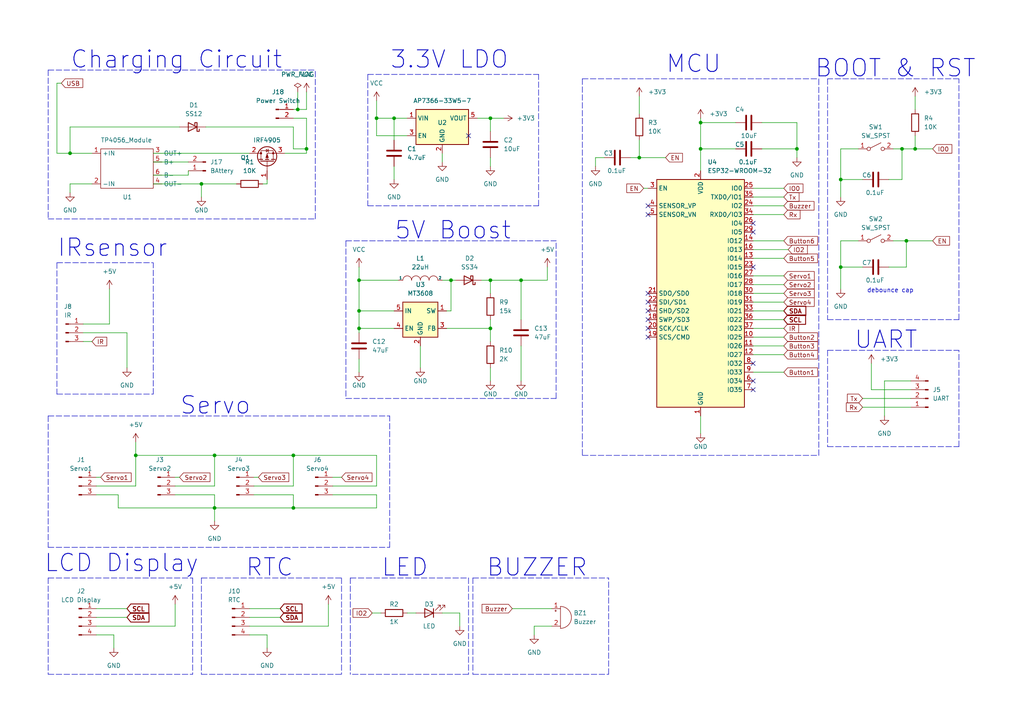
<source format=kicad_sch>
(kicad_sch (version 20211123) (generator eeschema)
  (paper "A4")
  (lib_symbols
    (symbol "Connector:Conn_01x02_Male" (pin_names (offset 1.016) hide)
      (property "Reference" "J" (at 0 2.54 0))
      (property "Value" "Conn_01x02_Male" (at 0 -5.08 0))
      (symbol "Conn_01x02_Male_1_1"
        (polyline (pts (xy 1.27 -2.54) (xy 0.8636 -2.54)) (stroke (width 0.1524)))
        (polyline (pts (xy 1.27 0) (xy 0.8636 0)) (stroke (width 0.1524)))
        (rectangle (start 0.8636 -2.413) (end 0 -2.667) (stroke (width 0.1524)) (fill (type outline)))
        (rectangle (start 0.8636 0.127) (end 0 -0.127) (stroke (width 0.1524)) (fill (type outline)))
        (pin passive line (at 5.08 0 180) (length 3.81) (name "Pin_1") (number "1"))
        (pin passive line (at 5.08 -2.54 180) (length 3.81) (name "Pin_2") (number "2"))
      )
    )
    (symbol "Connector:Conn_01x03_Male" (pin_names (offset 1.016) hide)
      (property "Reference" "J" (at 0 5.08 0))
      (property "Value" "Conn_01x03_Male" (at 0 -5.08 0))
      (symbol "Conn_01x03_Male_1_1"
        (polyline (pts (xy 1.27 -2.54) (xy 0.8636 -2.54)) (stroke (width 0.1524)))
        (polyline (pts (xy 1.27 0) (xy 0.8636 0)) (stroke (width 0.1524)))
        (polyline (pts (xy 1.27 2.54) (xy 0.8636 2.54)) (stroke (width 0.1524)))
        (rectangle (start 0.8636 -2.413) (end 0 -2.667) (stroke (width 0.1524)) (fill (type outline)))
        (rectangle (start 0.8636 0.127) (end 0 -0.127) (stroke (width 0.1524)) (fill (type outline)))
        (rectangle (start 0.8636 2.667) (end 0 2.413) (stroke (width 0.1524)) (fill (type outline)))
        (pin passive line (at 5.08 2.54 180) (length 3.81) (name "Pin_1") (number "1"))
        (pin passive line (at 5.08 0 180) (length 3.81) (name "Pin_2") (number "2"))
        (pin passive line (at 5.08 -2.54 180) (length 3.81) (name "Pin_3") (number "3"))
      )
    )
    (symbol "Connector:Conn_01x04_Male" (pin_names (offset 1.016) hide)
      (property "Reference" "J" (at 0 5.08 0))
      (property "Value" "Conn_01x04_Male" (at 0 -7.62 0))
      (symbol "Conn_01x04_Male_1_1"
        (polyline (pts (xy 1.27 -5.08) (xy 0.8636 -5.08)) (stroke (width 0.1524)))
        (polyline (pts (xy 1.27 -2.54) (xy 0.8636 -2.54)) (stroke (width 0.1524)))
        (polyline (pts (xy 1.27 0) (xy 0.8636 0)) (stroke (width 0.1524)))
        (polyline (pts (xy 1.27 2.54) (xy 0.8636 2.54)) (stroke (width 0.1524)))
        (rectangle (start 0.8636 -4.953) (end 0 -5.207) (stroke (width 0.1524)) (fill (type outline)))
        (rectangle (start 0.8636 -2.413) (end 0 -2.667) (stroke (width 0.1524)) (fill (type outline)))
        (rectangle (start 0.8636 0.127) (end 0 -0.127) (stroke (width 0.1524)) (fill (type outline)))
        (rectangle (start 0.8636 2.667) (end 0 2.413) (stroke (width 0.1524)) (fill (type outline)))
        (pin passive line (at 5.08 2.54 180) (length 3.81) (name "Pin_1") (number "1"))
        (pin passive line (at 5.08 0 180) (length 3.81) (name "Pin_2") (number "2"))
        (pin passive line (at 5.08 -2.54 180) (length 3.81) (name "Pin_3") (number "3"))
        (pin passive line (at 5.08 -5.08 180) (length 3.81) (name "Pin_4") (number "4"))
      )
    )
    (symbol "Device:Buzzer" (pin_names (offset 0.0254) hide)
      (property "Reference" "BZ" (at 3.81 1.27 0))
      (property "Value" "Buzzer" (at 3.81 -1.27 0))
      (symbol "Buzzer_0_1"
        (arc (start 0 -3.175) (mid 3.175 0) (end 0 3.175))
        (polyline (pts (xy -1.651 1.905) (xy -1.143 1.905)))
        (polyline (pts (xy -1.397 2.159) (xy -1.397 1.651)))
        (polyline (pts (xy 0 3.175) (xy 0 -3.175)))
      )
      (symbol "Buzzer_1_1"
        (pin passive line (at -2.54 2.54 0) (length 2.54) (name "-") (number "1"))
        (pin passive line (at -2.54 -2.54 0) (length 2.54) (name "+") (number "2"))
      )
    )
    (symbol "Device:C" (pin_numbers hide) (pin_names (offset 0.254))
      (property "Reference" "C" (at 0.635 2.54 0))
      (property "Value" "C" (at 0.635 -2.54 0))
      (symbol "C_0_1"
        (polyline (pts (xy -2.032 -0.762) (xy 2.032 -0.762)) (stroke (width 0.508)))
        (polyline (pts (xy -2.032 0.762) (xy 2.032 0.762)) (stroke (width 0.508)))
      )
      (symbol "C_1_1"
        (pin passive line (at 0 3.81 270) (length 2.794) (name "~") (number "1"))
        (pin passive line (at 0 -3.81 90) (length 2.794) (name "~") (number "2"))
      )
    )
    (symbol "Device:D_Schottky" (pin_numbers hide) (pin_names (offset 1.016) hide)
      (property "Reference" "D" (at 0 2.54 0))
      (property "Value" "D_Schottky" (at 0 -2.54 0))
      (symbol "D_Schottky_0_1"
        (polyline (pts (xy 1.27 0) (xy -1.27 0)))
        (polyline (pts (xy 1.27 1.27) (xy 1.27 -1.27) (xy -1.27 0) (xy 1.27 1.27)) (stroke (width 0.254)))
        (polyline (pts (xy -1.905 0.635) (xy -1.905 1.27) (xy -1.27 1.27) (xy -1.27 -1.27) (xy -0.635 -1.27) (xy -0.635 -0.635)) (stroke (width 0.254)))
      )
      (symbol "D_Schottky_1_1"
        (pin passive line (at -3.81 0 0) (length 2.54) (name "K") (number "1"))
        (pin passive line (at 3.81 0 180) (length 2.54) (name "A") (number "2"))
      )
    )
    (symbol "Device:LED" (pin_numbers hide) (pin_names (offset 1.016) hide)
      (property "Reference" "D" (at 0 2.54 0))
      (property "Value" "LED" (at 0 -2.54 0))
      (symbol "LED_0_1"
        (polyline (pts (xy -1.27 -1.27) (xy -1.27 1.27)) (stroke (width 0.254)))
        (polyline (pts (xy -1.27 0) (xy 1.27 0)))
        (polyline (pts (xy 1.27 -1.27) (xy 1.27 1.27) (xy -1.27 0) (xy 1.27 -1.27)) (stroke (width 0.254)))
        (polyline (pts (xy -3.048 -0.762) (xy -4.572 -2.286) (xy -3.81 -2.286) (xy -4.572 -2.286) (xy -4.572 -1.524)))
        (polyline (pts (xy -1.778 -0.762) (xy -3.302 -2.286) (xy -2.54 -2.286) (xy -3.302 -2.286) (xy -3.302 -1.524)))
      )
      (symbol "LED_1_1"
        (pin passive line (at -3.81 0 0) (length 2.54) (name "K") (number "1"))
        (pin passive line (at 3.81 0 180) (length 2.54) (name "A") (number "2"))
      )
    )
    (symbol "Device:R" (pin_numbers hide) (pin_names (offset 0))
      (property "Reference" "R" (at 2.032 0 90))
      (property "Value" "R" (at 0 0 90))
      (symbol "R_0_1"
        (rectangle (start -1.016 -2.54) (end 1.016 2.54) (stroke (width 0.254)))
      )
      (symbol "R_1_1"
        (pin passive line (at 0 3.81 270) (length 1.27) (name "~") (number "1"))
        (pin passive line (at 0 -3.81 90) (length 1.27) (name "~") (number "2"))
      )
    )
    (symbol "My_Design:TP4056_Module"
      (property "Reference" "U" (at 0 -7.62 0))
      (property "Value" "TP4056_Module" (at 0 8.89 0))
      (symbol "TP4056_Module_0_1"
        (rectangle (start -7.62 6.35) (end 7.62 -5.08))
      )
      (symbol "TP4056_Module_1_1"
        (pin input line (at -10.16 5.08 0) (length 2.54) (name "+IN") (number "1"))
        (pin input line (at -10.16 -3.81 0) (length 2.54) (name "-IN") (number "2"))
        (pin output line (at 7.62 5.08 0) (length 2.54) (name "OUT+") (number "3"))
        (pin output line (at 7.62 -3.81 0) (length 2.54) (name "OUT-") (number "4"))
        (pin output line (at 7.62 2.54 0) (length 2.54) (name "B+") (number "5"))
        (pin output line (at 7.62 -1.27 0) (length 2.54) (name "B-") (number "6"))
      )
    )
    (symbol "RF_Module:ESP32-WROOM-32"
      (property "Reference" "U" (at -12.7 34.29 0))
      (property "Value" "ESP32-WROOM-32" (at 1.27 34.29 0))
      (symbol "ESP32-WROOM-32_0_1"
        (rectangle (start -12.7 33.02) (end 12.7 -33.02) (stroke (width 0.254)) (fill (type background)))
      )
      (symbol "ESP32-WROOM-32_1_1"
        (pin power_in line (at 0 -35.56 90) (length 2.54) (name "GND") (number "1"))
        (pin bidirectional line (at 15.24 -12.7 180) (length 2.54) (name "IO25") (number "10"))
        (pin bidirectional line (at 15.24 -15.24 180) (length 2.54) (name "IO26") (number "11"))
        (pin bidirectional line (at 15.24 -17.78 180) (length 2.54) (name "IO27") (number "12"))
        (pin bidirectional line (at 15.24 10.16 180) (length 2.54) (name "IO14") (number "13"))
        (pin bidirectional line (at 15.24 15.24 180) (length 2.54) (name "IO12") (number "14"))
        (pin passive line (at 0 -35.56 90) (length 2.54) hide (name "GND") (number "15"))
        (pin bidirectional line (at 15.24 12.7 180) (length 2.54) (name "IO13") (number "16"))
        (pin bidirectional line (at -15.24 -5.08 0) (length 2.54) (name "SHD/SD2") (number "17"))
        (pin bidirectional line (at -15.24 -7.62 0) (length 2.54) (name "SWP/SD3") (number "18"))
        (pin bidirectional line (at -15.24 -12.7 0) (length 2.54) (name "SCS/CMD") (number "19"))
        (pin power_in line (at 0 35.56 270) (length 2.54) (name "VDD") (number "2"))
        (pin bidirectional line (at -15.24 -10.16 0) (length 2.54) (name "SCK/CLK") (number "20"))
        (pin bidirectional line (at -15.24 0 0) (length 2.54) (name "SDO/SD0") (number "21"))
        (pin bidirectional line (at -15.24 -2.54 0) (length 2.54) (name "SDI/SD1") (number "22"))
        (pin bidirectional line (at 15.24 7.62 180) (length 2.54) (name "IO15") (number "23"))
        (pin bidirectional line (at 15.24 25.4 180) (length 2.54) (name "IO2") (number "24"))
        (pin bidirectional line (at 15.24 30.48 180) (length 2.54) (name "IO0") (number "25"))
        (pin bidirectional line (at 15.24 20.32 180) (length 2.54) (name "IO4") (number "26"))
        (pin bidirectional line (at 15.24 5.08 180) (length 2.54) (name "IO16") (number "27"))
        (pin bidirectional line (at 15.24 2.54 180) (length 2.54) (name "IO17") (number "28"))
        (pin bidirectional line (at 15.24 17.78 180) (length 2.54) (name "IO5") (number "29"))
        (pin input line (at -15.24 30.48 0) (length 2.54) (name "EN") (number "3"))
        (pin bidirectional line (at 15.24 0 180) (length 2.54) (name "IO18") (number "30"))
        (pin bidirectional line (at 15.24 -2.54 180) (length 2.54) (name "IO19") (number "31"))
        (pin no_connect line (at -12.7 -27.94 0) (length 2.54) hide (name "NC") (number "32"))
        (pin bidirectional line (at 15.24 -5.08 180) (length 2.54) (name "IO21") (number "33"))
        (pin bidirectional line (at 15.24 22.86 180) (length 2.54) (name "RXD0/IO3") (number "34"))
        (pin bidirectional line (at 15.24 27.94 180) (length 2.54) (name "TXD0/IO1") (number "35"))
        (pin bidirectional line (at 15.24 -7.62 180) (length 2.54) (name "IO22") (number "36"))
        (pin bidirectional line (at 15.24 -10.16 180) (length 2.54) (name "IO23") (number "37"))
        (pin passive line (at 0 -35.56 90) (length 2.54) hide (name "GND") (number "38"))
        (pin passive line (at 0 -35.56 90) (length 2.54) hide (name "GND") (number "39"))
        (pin input line (at -15.24 25.4 0) (length 2.54) (name "SENSOR_VP") (number "4"))
        (pin input line (at -15.24 22.86 0) (length 2.54) (name "SENSOR_VN") (number "5"))
        (pin input line (at 15.24 -25.4 180) (length 2.54) (name "IO34") (number "6"))
        (pin input line (at 15.24 -27.94 180) (length 2.54) (name "IO35") (number "7"))
        (pin bidirectional line (at 15.24 -20.32 180) (length 2.54) (name "IO32") (number "8"))
        (pin bidirectional line (at 15.24 -22.86 180) (length 2.54) (name "IO33") (number "9"))
      )
    )
    (symbol "Regulator_Linear:MIC5504-3.3YM5"
      (property "Reference" "U" (at -7.62 8.89 0))
      (property "Value" "MIC5504-3.3YM5" (at -7.62 6.35 0))
      (symbol "MIC5504-3.3YM5_0_1"
        (rectangle (start -7.62 -5.08) (end 7.62 5.08) (stroke (width 0.254)) (fill (type background)))
      )
      (symbol "MIC5504-3.3YM5_1_1"
        (pin power_in line (at -10.16 2.54 0) (length 2.54) (name "VIN") (number "1"))
        (pin power_in line (at 0 -7.62 90) (length 2.54) (name "GND") (number "2"))
        (pin input line (at -10.16 -2.54 0) (length 2.54) (name "EN") (number "3"))
        (pin no_connect line (at 7.62 -2.54 180) (length 2.54) hide (name "NC") (number "4"))
        (pin power_out line (at 10.16 2.54 180) (length 2.54) (name "VOUT") (number "5"))
      )
    )
    (symbol "Regulator_Switching:MT3608"
      (property "Reference" "U" (at -2.54 8.89 0))
      (property "Value" "MT3608" (at -3.81 6.35 0))
      (symbol "MT3608_0_1"
        (rectangle (start -5.08 5.08) (end 5.08 -5.08) (stroke (width 0.254)) (fill (type background)))
      )
      (symbol "MT3608_1_1"
        (pin passive line (at 7.62 2.54 180) (length 2.54) (name "SW") (number "1"))
        (pin power_in line (at 0 -7.62 90) (length 2.54) (name "GND") (number "2"))
        (pin input line (at 7.62 -2.54 180) (length 2.54) (name "FB") (number "3"))
        (pin input line (at -7.62 -2.54 0) (length 2.54) (name "EN") (number "4"))
        (pin power_in line (at -7.62 2.54 0) (length 2.54) (name "IN") (number "5"))
        (pin no_connect line (at 5.08 0 180) (length 2.54) hide (name "NC") (number "6"))
      )
    )
    (symbol "Switch:SW_SPST" (pin_names (offset 0) hide)
      (property "Reference" "SW" (at 0 3.175 0))
      (property "Value" "SW_SPST" (at 0 -2.54 0))
      (symbol "SW_SPST_0_0"
        (circle (center -2.032 0) (radius 0.508))
        (polyline (pts (xy -1.524 0.254) (xy 1.524 1.778)))
        (circle (center 2.032 0) (radius 0.508))
      )
      (symbol "SW_SPST_1_1"
        (pin passive line (at -5.08 0 0) (length 2.54) (name "A") (number "1"))
        (pin passive line (at 5.08 0 180) (length 2.54) (name "B") (number "2"))
      )
    )
    (symbol "Transistor_FET:IRF9540N" (pin_names hide)
      (property "Reference" "Q" (at 5.08 1.905 0))
      (property "Value" "IRF9540N" (at 5.08 0 0))
      (symbol "IRF9540N_0_1"
        (polyline (pts (xy 0.254 0) (xy -2.54 0)))
        (polyline (pts (xy 0.254 1.905) (xy 0.254 -1.905)) (stroke (width 0.254)))
        (polyline (pts (xy 0.762 -1.27) (xy 0.762 -2.286)) (stroke (width 0.254)))
        (polyline (pts (xy 0.762 0.508) (xy 0.762 -0.508)) (stroke (width 0.254)))
        (polyline (pts (xy 0.762 2.286) (xy 0.762 1.27)) (stroke (width 0.254)))
        (polyline (pts (xy 2.54 2.54) (xy 2.54 1.778)))
        (polyline (pts (xy 2.54 -2.54) (xy 2.54 0) (xy 0.762 0)))
        (polyline (pts (xy 0.762 1.778) (xy 3.302 1.778) (xy 3.302 -1.778) (xy 0.762 -1.778)))
        (polyline (pts (xy 2.286 0) (xy 1.27 0.381) (xy 1.27 -0.381) (xy 2.286 0)) (fill (type outline)))
        (polyline (pts (xy 2.794 -0.508) (xy 2.921 -0.381) (xy 3.683 -0.381) (xy 3.81 -0.254)))
        (polyline (pts (xy 3.302 -0.381) (xy 2.921 0.254) (xy 3.683 0.254) (xy 3.302 -0.381)))
        (circle (center 1.651 0) (radius 2.794) (stroke (width 0.254)))
        (circle (center 2.54 -1.778) (radius 0.254) (fill (type outline)))
        (circle (center 2.54 1.778) (radius 0.254) (fill (type outline)))
      )
      (symbol "IRF9540N_1_1"
        (pin input line (at -5.08 0 0) (length 2.54) (name "G") (number "1"))
        (pin passive line (at 2.54 5.08 270) (length 2.54) (name "D") (number "2"))
        (pin passive line (at 2.54 -5.08 90) (length 2.54) (name "S") (number "3"))
      )
    )
    (symbol "power:+3.3V" (power) (pin_names (offset 0))
      (property "Value" "+3.3V" (at 0 3.556 0))
      (symbol "+3.3V_0_1"
        (polyline (pts (xy -0.762 1.27) (xy 0 2.54)))
        (polyline (pts (xy 0 0) (xy 0 2.54)))
        (polyline (pts (xy 0 2.54) (xy 0.762 1.27)))
      )
      (symbol "+3.3V_1_1"
        (pin power_in line (at 0 0 90) (length 0) hide (name "+3V3") (number "1"))
      )
    )
    (symbol "power:+5V" (power) (pin_names (offset 0))
      (property "Value" "+5V" (at 0 3.556 0))
      (symbol "+5V_0_1"
        (polyline (pts (xy -0.762 1.27) (xy 0 2.54)))
        (polyline (pts (xy 0 0) (xy 0 2.54)))
        (polyline (pts (xy 0 2.54) (xy 0.762 1.27)))
      )
      (symbol "+5V_1_1"
        (pin power_in line (at 0 0 90) (length 0) hide (name "+5V") (number "1"))
      )
    )
    (symbol "power:GND" (power) (pin_names (offset 0))
      (property "Value" "GND" (at 0 -3.81 0))
      (symbol "GND_0_1"
        (polyline (pts (xy 0 0) (xy 0 -1.27) (xy 1.27 -1.27) (xy 0 -2.54) (xy -1.27 -1.27) (xy 0 -1.27)))
      )
      (symbol "GND_1_1"
        (pin power_in line (at 0 0 270) (length 0) hide (name "GND") (number "1"))
      )
    )
    (symbol "power:PWR_FLAG" (power) (pin_numbers hide) (pin_names (offset 0) hide)
      (property "Value" "PWR_FLAG" (at 0 3.81 0))
      (symbol "PWR_FLAG_0_0"
        (pin power_out line (at 0 0 90) (length 0) (name "pwr") (number "1"))
      )
      (symbol "PWR_FLAG_0_1"
        (polyline (pts (xy 0 0) (xy 0 1.27) (xy -1.016 1.905) (xy 0 2.54) (xy 1.016 1.905) (xy 0 1.27)))
      )
    )
    (symbol "power:VCC" (power) (pin_names (offset 0))
      (property "Value" "VCC" (at 0 3.81 0))
      (symbol "VCC_0_1"
        (polyline (pts (xy -0.762 1.27) (xy 0 2.54)))
        (polyline (pts (xy 0 0) (xy 0 2.54)))
        (polyline (pts (xy 0 2.54) (xy 0.762 1.27)))
      )
      (symbol "VCC_1_1"
        (pin power_in line (at 0 0 90) (length 0) hide (name "VCC") (number "1"))
      )
    )
    (symbol "pspice:INDUCTOR" (pin_numbers hide) (pin_names (offset 0))
      (property "Reference" "L" (at 0 2.54 0))
      (property "Value" "INDUCTOR" (at 0 -1.27 0))
      (symbol "INDUCTOR_0_1"
        (arc (start -2.54 0) (mid -3.81 1.27) (end -5.08 0))
        (arc (start 0 0) (mid -1.27 1.27) (end -2.54 0))
        (arc (start 2.54 0) (mid 1.27 1.27) (end 0 0))
        (arc (start 5.08 0) (mid 3.81 1.27) (end 2.54 0))
      )
      (symbol "INDUCTOR_1_1"
        (pin input line (at -6.35 0 0) (length 1.27) (name "1") (number "1"))
        (pin input line (at 6.35 0 180) (length 1.27) (name "2") (number "2"))
      )
    )
  )
  (junction (at 86.36 31.75))
  (junction (at 114.3 34.29))
  (junction (at 185.42 45.72))
  (junction (at 203.2 43.18))
  (junction (at 231.14 43.18))
  (junction (at 142.24 95.25))
  (junction (at 261.62 43.18))
  (junction (at 130.81 81.28))
  (junction (at 20.32 44.45))
  (junction (at 265.43 43.18))
  (junction (at 62.23 132.08))
  (junction (at 203.2 35.56))
  (junction (at 262.89 69.85))
  (junction (at 85.09 132.08))
  (junction (at 243.84 52.07))
  (junction (at 88.9 43.18))
  (junction (at 142.24 81.28))
  (junction (at 109.22 34.29))
  (junction (at 104.14 95.25))
  (junction (at 104.14 90.17))
  (junction (at 243.84 77.47))
  (junction (at 85.09 147.32))
  (junction (at 58.42 53.34))
  (junction (at 104.14 81.28))
  (junction (at 142.24 34.29))
  (junction (at 151.13 81.28))
  (junction (at 62.23 147.32))
  (junction (at 39.37 132.08))
  (no_connect (at 218.44 67.31))
  (no_connect (at 187.96 92.71))
  (no_connect (at 135.89 39.37))
  (no_connect (at 187.96 90.17))
  (no_connect (at 187.96 62.23))
  (no_connect (at 218.44 110.49))
  (no_connect (at 218.44 113.03))
  (no_connect (at 187.96 59.69))
  (no_connect (at 187.96 95.25))
  (no_connect (at 187.96 85.09))
  (no_connect (at 218.44 105.41))
  (no_connect (at 187.96 87.63))
  (no_connect (at 218.44 77.47))
  (no_connect (at 187.96 97.79))
  (no_connect (at 218.44 64.77))
  (wire (pts (xy 58.42 53.34) (xy 68.58 53.34)))
  (wire (pts (xy 218.44 90.17) (xy 227.33 90.17)))
  (wire (pts (xy 218.44 82.55) (xy 227.33 82.55)))
  (wire (pts (xy 26.67 53.34) (xy 20.32 53.34)))
  (polyline (pts (xy 16.51 76.2) (xy 44.45 76.2)))
  (wire (pts (xy 36.83 96.52) (xy 36.83 106.68)))
  (wire (pts (xy 34.29 147.32) (xy 62.23 147.32)))
  (wire (pts (xy 114.3 34.29) (xy 118.11 34.29)))
  (wire (pts (xy 218.44 69.85) (xy 227.33 69.85)))
  (wire (pts (xy 218.44 92.71) (xy 227.33 92.71)))
  (wire (pts (xy 104.14 81.28) (xy 115.57 81.28)))
  (wire (pts (xy 50.8 140.97) (xy 62.23 140.97)))
  (wire (pts (xy 20.32 44.45) (xy 26.67 44.45)))
  (wire (pts (xy 88.9 44.45) (xy 88.9 43.18)))
  (wire (pts (xy 59.69 36.83) (xy 85.09 36.83)))
  (wire (pts (xy 107.95 177.8) (xy 110.49 177.8)))
  (wire (pts (xy 264.16 110.49) (xy 256.54 110.49)))
  (wire (pts (xy 73.66 140.97) (xy 85.09 140.97)))
  (wire (pts (xy 27.94 140.97) (xy 39.37 140.97)))
  (polyline (pts (xy 101.6 167.64) (xy 101.6 195.58)))
  (wire (pts (xy 85.09 143.51) (xy 85.09 147.32)))
  (wire (pts (xy 142.24 45.72) (xy 142.24 48.26)))
  (polyline (pts (xy 168.91 22.86) (xy 168.91 132.08)))
  (wire (pts (xy 50.8 143.51) (xy 62.23 143.51)))
  (wire (pts (xy 220.98 43.18) (xy 231.14 43.18)))
  (wire (pts (xy 243.84 43.18) (xy 243.84 52.07)))
  (wire (pts (xy 109.22 39.37) (xy 109.22 34.29)))
  (wire (pts (xy 72.39 179.07) (xy 81.28 179.07)))
  (wire (pts (xy 185.42 45.72) (xy 193.04 45.72)))
  (wire (pts (xy 142.24 81.28) (xy 151.13 81.28)))
  (wire (pts (xy 243.84 52.07) (xy 243.84 57.15)))
  (wire (pts (xy 20.32 53.34) (xy 20.32 55.88)))
  (polyline (pts (xy 99.06 167.64) (xy 99.06 195.58)))
  (wire (pts (xy 62.23 147.32) (xy 62.23 151.13)))
  (wire (pts (xy 62.23 132.08) (xy 85.09 132.08)))
  (wire (pts (xy 218.44 80.01) (xy 227.33 80.01)))
  (wire (pts (xy 39.37 128.27) (xy 39.37 132.08)))
  (wire (pts (xy 250.19 118.11) (xy 264.16 118.11)))
  (wire (pts (xy 27.94 138.43) (xy 29.21 138.43)))
  (polyline (pts (xy 13.97 158.75) (xy 113.03 158.75)))
  (wire (pts (xy 109.22 143.51) (xy 96.52 143.51)))
  (wire (pts (xy 243.84 69.85) (xy 243.84 77.47)))
  (wire (pts (xy 243.84 77.47) (xy 250.19 77.47)))
  (wire (pts (xy 203.2 35.56) (xy 203.2 43.18)))
  (wire (pts (xy 114.3 48.26) (xy 114.3 52.07)))
  (wire (pts (xy 185.42 40.64) (xy 185.42 45.72)))
  (wire (pts (xy 138.43 34.29) (xy 142.24 34.29)))
  (wire (pts (xy 95.25 175.26) (xy 95.25 181.61)))
  (wire (pts (xy 31.75 83.82) (xy 31.75 93.98)))
  (wire (pts (xy 39.37 140.97) (xy 39.37 132.08)))
  (polyline (pts (xy 13.97 195.58) (xy 55.88 195.58)))
  (wire (pts (xy 16.51 44.45) (xy 20.32 44.45)))
  (polyline (pts (xy 58.42 167.64) (xy 58.42 195.58)))
  (wire (pts (xy 218.44 59.69) (xy 227.33 59.69)))
  (wire (pts (xy 139.7 81.28) (xy 142.24 81.28)))
  (polyline (pts (xy 58.42 167.64) (xy 99.06 167.64)))
  (wire (pts (xy 27.94 143.51) (xy 34.29 143.51)))
  (wire (pts (xy 27.94 179.07) (xy 36.83 179.07)))
  (polyline (pts (xy 55.88 167.64) (xy 55.88 195.58)))
  (wire (pts (xy 218.44 97.79) (xy 227.33 97.79)))
  (wire (pts (xy 243.84 43.18) (xy 248.92 43.18)))
  (wire (pts (xy 73.66 138.43) (xy 74.93 138.43)))
  (wire (pts (xy 85.09 147.32) (xy 109.22 147.32)))
  (wire (pts (xy 130.81 90.17) (xy 130.81 81.28)))
  (wire (pts (xy 82.55 44.45) (xy 88.9 44.45)))
  (wire (pts (xy 96.52 140.97) (xy 109.22 140.97)))
  (polyline (pts (xy 240.03 92.71) (xy 278.13 92.71)))
  (polyline (pts (xy 101.6 167.64) (xy 135.89 167.64)))
  (wire (pts (xy 142.24 92.71) (xy 142.24 95.25)))
  (polyline (pts (xy 16.51 76.2) (xy 16.51 114.3)))
  (polyline (pts (xy 100.33 69.85) (xy 161.29 69.85)))
  (wire (pts (xy 265.43 43.18) (xy 270.51 43.18)))
  (wire (pts (xy 218.44 72.39) (xy 228.6 72.39)))
  (polyline (pts (xy 13.97 63.5) (xy 91.44 63.5)))
  (wire (pts (xy 142.24 106.68) (xy 142.24 110.49)))
  (wire (pts (xy 118.11 177.8) (xy 120.65 177.8)))
  (polyline (pts (xy 13.97 167.64) (xy 55.88 167.64)))
  (wire (pts (xy 58.42 57.15) (xy 58.42 53.34)))
  (wire (pts (xy 256.54 110.49) (xy 256.54 120.65)))
  (wire (pts (xy 27.94 181.61) (xy 50.8 181.61)))
  (wire (pts (xy 104.14 95.25) (xy 104.14 96.52)))
  (polyline (pts (xy 240.03 129.54) (xy 278.13 129.54)))
  (polyline (pts (xy 278.13 92.71) (xy 278.13 22.86)))
  (polyline (pts (xy 240.03 101.6) (xy 240.03 129.54)))
  (wire (pts (xy 154.94 181.61) (xy 160.02 181.61)))
  (wire (pts (xy 34.29 143.51) (xy 34.29 147.32)))
  (polyline (pts (xy 44.45 114.3) (xy 44.45 76.2)))
  (wire (pts (xy 142.24 34.29) (xy 142.24 38.1)))
  (wire (pts (xy 142.24 34.29) (xy 146.05 34.29)))
  (wire (pts (xy 76.2 53.34) (xy 77.47 53.34)))
  (wire (pts (xy 243.84 77.47) (xy 243.84 83.82)))
  (wire (pts (xy 172.72 45.72) (xy 172.72 48.26)))
  (wire (pts (xy 85.09 36.83) (xy 85.09 43.18)))
  (wire (pts (xy 121.92 100.33) (xy 121.92 106.68)))
  (wire (pts (xy 203.2 35.56) (xy 213.36 35.56)))
  (wire (pts (xy 77.47 53.34) (xy 77.47 52.07)))
  (wire (pts (xy 109.22 29.21) (xy 109.22 34.29)))
  (wire (pts (xy 85.09 31.75) (xy 86.36 31.75)))
  (wire (pts (xy 252.73 105.41) (xy 252.73 113.03)))
  (wire (pts (xy 151.13 81.28) (xy 151.13 92.71)))
  (wire (pts (xy 104.14 81.28) (xy 104.14 90.17)))
  (wire (pts (xy 154.94 181.61) (xy 154.94 184.15)))
  (wire (pts (xy 85.09 43.18) (xy 88.9 43.18)))
  (wire (pts (xy 62.23 140.97) (xy 62.23 132.08)))
  (wire (pts (xy 88.9 34.29) (xy 88.9 43.18)))
  (polyline (pts (xy 137.16 167.64) (xy 137.16 195.58)))
  (wire (pts (xy 218.44 87.63) (xy 227.33 87.63)))
  (wire (pts (xy 104.14 104.14) (xy 104.14 107.95)))
  (wire (pts (xy 50.8 138.43) (xy 52.07 138.43)))
  (polyline (pts (xy 161.29 115.57) (xy 161.29 69.85)))
  (polyline (pts (xy 13.97 120.65) (xy 113.03 120.65)))
  (wire (pts (xy 218.44 102.87) (xy 227.33 102.87)))
  (wire (pts (xy 218.44 57.15) (xy 227.33 57.15)))
  (wire (pts (xy 130.81 81.28) (xy 132.08 81.28)))
  (wire (pts (xy 186.69 54.61) (xy 187.96 54.61)))
  (wire (pts (xy 44.45 44.45) (xy 72.39 44.45)))
  (wire (pts (xy 72.39 184.15) (xy 77.47 184.15)))
  (wire (pts (xy 182.88 45.72) (xy 185.42 45.72)))
  (wire (pts (xy 243.84 52.07) (xy 250.19 52.07)))
  (wire (pts (xy 252.73 113.03) (xy 264.16 113.03)))
  (polyline (pts (xy 168.91 22.86) (xy 237.49 22.86)))
  (wire (pts (xy 85.09 34.29) (xy 88.9 34.29)))
  (wire (pts (xy 203.2 43.18) (xy 203.2 49.53)))
  (wire (pts (xy 39.37 132.08) (xy 62.23 132.08)))
  (wire (pts (xy 250.19 115.57) (xy 264.16 115.57)))
  (wire (pts (xy 33.02 184.15) (xy 33.02 187.96)))
  (polyline (pts (xy 168.91 132.08) (xy 237.49 132.08)))
  (wire (pts (xy 104.14 95.25) (xy 104.14 90.17)))
  (wire (pts (xy 158.75 81.28) (xy 158.75 77.47)))
  (polyline (pts (xy 58.42 195.58) (xy 99.06 195.58)))
  (wire (pts (xy 73.66 143.51) (xy 85.09 143.51)))
  (wire (pts (xy 175.26 45.72) (xy 172.72 45.72)))
  (polyline (pts (xy 240.03 101.6) (xy 278.13 101.6)))
  (wire (pts (xy 231.14 35.56) (xy 231.14 43.18)))
  (wire (pts (xy 86.36 31.75) (xy 88.9 31.75)))
  (wire (pts (xy 109.22 140.97) (xy 109.22 132.08)))
  (wire (pts (xy 20.32 36.83) (xy 20.32 44.45)))
  (polyline (pts (xy 106.68 21.59) (xy 106.68 59.69)))
  (wire (pts (xy 257.81 52.07) (xy 261.62 52.07)))
  (wire (pts (xy 185.42 27.94) (xy 185.42 33.02)))
  (wire (pts (xy 27.94 176.53) (xy 36.83 176.53)))
  (wire (pts (xy 24.13 93.98) (xy 31.75 93.98)))
  (polyline (pts (xy 137.16 167.64) (xy 176.53 167.64)))
  (wire (pts (xy 218.44 54.61) (xy 227.33 54.61)))
  (polyline (pts (xy 137.16 195.58) (xy 176.53 195.58)))
  (polyline (pts (xy 135.89 195.58) (xy 101.6 195.58)))
  (wire (pts (xy 104.14 90.17) (xy 114.3 90.17)))
  (wire (pts (xy 16.51 24.13) (xy 16.51 44.45)))
  (wire (pts (xy 218.44 85.09) (xy 227.33 85.09)))
  (wire (pts (xy 248.92 69.85) (xy 243.84 69.85)))
  (wire (pts (xy 151.13 100.33) (xy 151.13 110.49)))
  (wire (pts (xy 262.89 69.85) (xy 270.51 69.85)))
  (wire (pts (xy 44.45 46.99) (xy 54.61 46.99)))
  (wire (pts (xy 62.23 143.51) (xy 62.23 147.32)))
  (wire (pts (xy 218.44 107.95) (xy 227.33 107.95)))
  (wire (pts (xy 72.39 181.61) (xy 95.25 181.61)))
  (wire (pts (xy 128.27 44.45) (xy 128.27 46.99)))
  (wire (pts (xy 218.44 95.25) (xy 227.33 95.25)))
  (wire (pts (xy 261.62 43.18) (xy 265.43 43.18)))
  (wire (pts (xy 265.43 27.94) (xy 265.43 31.75)))
  (polyline (pts (xy 106.68 59.69) (xy 156.21 59.69)))
  (wire (pts (xy 261.62 52.07) (xy 261.62 43.18)))
  (wire (pts (xy 203.2 120.65) (xy 203.2 125.73)))
  (polyline (pts (xy 16.51 114.3) (xy 44.45 114.3)))
  (wire (pts (xy 257.81 77.47) (xy 262.89 77.47)))
  (wire (pts (xy 129.54 95.25) (xy 142.24 95.25)))
  (wire (pts (xy 148.59 176.53) (xy 160.02 176.53)))
  (wire (pts (xy 109.22 147.32) (xy 109.22 143.51)))
  (wire (pts (xy 220.98 35.56) (xy 231.14 35.56)))
  (wire (pts (xy 27.94 184.15) (xy 33.02 184.15)))
  (wire (pts (xy 114.3 34.29) (xy 114.3 40.64)))
  (wire (pts (xy 203.2 43.18) (xy 213.36 43.18)))
  (wire (pts (xy 54.61 49.53) (xy 54.61 50.8)))
  (wire (pts (xy 85.09 140.97) (xy 85.09 132.08)))
  (wire (pts (xy 265.43 39.37) (xy 265.43 43.18)))
  (wire (pts (xy 17.78 24.13) (xy 16.51 24.13)))
  (polyline (pts (xy 156.21 59.69) (xy 156.21 21.59)))
  (wire (pts (xy 133.35 177.8) (xy 133.35 181.61)))
  (wire (pts (xy 50.8 175.26) (xy 50.8 181.61)))
  (wire (pts (xy 44.45 50.8) (xy 54.61 50.8)))
  (polyline (pts (xy 237.49 132.08) (xy 237.49 22.86)))
  (wire (pts (xy 62.23 147.32) (xy 85.09 147.32)))
  (polyline (pts (xy 135.89 167.64) (xy 135.89 195.58)))
  (polyline (pts (xy 13.97 20.32) (xy 13.97 63.5)))
  (wire (pts (xy 104.14 77.47) (xy 104.14 81.28)))
  (wire (pts (xy 109.22 132.08) (xy 85.09 132.08)))
  (wire (pts (xy 72.39 176.53) (xy 81.28 176.53)))
  (wire (pts (xy 77.47 184.15) (xy 77.47 187.96)))
  (polyline (pts (xy 278.13 129.54) (xy 278.13 101.6)))
  (polyline (pts (xy 176.53 195.58) (xy 176.53 167.64)))
  (polyline (pts (xy 13.97 20.32) (xy 91.44 20.32)))
  (wire (pts (xy 44.45 53.34) (xy 58.42 53.34)))
  (wire (pts (xy 114.3 95.25) (xy 104.14 95.25)))
  (wire (pts (xy 128.27 177.8) (xy 133.35 177.8)))
  (wire (pts (xy 142.24 81.28) (xy 142.24 85.09)))
  (wire (pts (xy 259.08 43.18) (xy 261.62 43.18)))
  (wire (pts (xy 88.9 31.75) (xy 88.9 26.67)))
  (wire (pts (xy 203.2 34.29) (xy 203.2 35.56)))
  (wire (pts (xy 86.36 26.67) (xy 86.36 31.75)))
  (wire (pts (xy 118.11 39.37) (xy 109.22 39.37)))
  (wire (pts (xy 231.14 43.18) (xy 231.14 45.72)))
  (wire (pts (xy 218.44 62.23) (xy 227.33 62.23)))
  (wire (pts (xy 259.08 69.85) (xy 262.89 69.85)))
  (wire (pts (xy 109.22 34.29) (xy 114.3 34.29)))
  (wire (pts (xy 128.27 81.28) (xy 130.81 81.28)))
  (polyline (pts (xy 100.33 115.57) (xy 161.29 115.57)))
  (polyline (pts (xy 278.13 22.86) (xy 240.03 22.86)))
  (polyline (pts (xy 240.03 22.86) (xy 240.03 92.71)))
  (wire (pts (xy 262.89 77.47) (xy 262.89 69.85)))
  (wire (pts (xy 142.24 95.25) (xy 142.24 99.06)))
  (wire (pts (xy 96.52 138.43) (xy 99.06 138.43)))
  (wire (pts (xy 129.54 90.17) (xy 130.81 90.17)))
  (wire (pts (xy 52.07 36.83) (xy 20.32 36.83)))
  (wire (pts (xy 151.13 81.28) (xy 158.75 81.28)))
  (polyline (pts (xy 91.44 63.5) (xy 91.44 20.32)))
  (polyline (pts (xy 13.97 120.65) (xy 13.97 158.75)))
  (polyline (pts (xy 13.97 167.64) (xy 13.97 195.58)))
  (wire (pts (xy 218.44 100.33) (xy 227.33 100.33)))
  (wire (pts (xy 24.13 99.06) (xy 26.67 99.06)))
  (polyline (pts (xy 106.68 21.59) (xy 156.21 21.59)))
  (wire (pts (xy 218.44 74.93) (xy 227.33 74.93)))
  (polyline (pts (xy 113.03 158.75) (xy 113.03 120.65)))
  (wire (pts (xy 24.13 96.52) (xy 36.83 96.52)))
  (polyline (pts (xy 100.33 69.85) (xy 100.33 115.57)))
  (text "Charging Circuit" (at 20.32 20.32 0) (effects (font (size 5 5) (thickness 0.254) bold) (justify left bottom)))
  (text "Servo" (at 52.07 120.65 0) (effects (font (size 5 5) (thickness 0.254) bold) (justify left bottom)))
  (text "MCU" (at 193.04 21.59 0) (effects (font (size 5 5) (thickness 0.254) bold) (justify left bottom)))
  (text "BOOT & RST" (at 236.22 22.86 0) (effects (font (size 5 5) (thickness 0.254) bold) (justify left bottom)))
  (text "3.3V LDO" (at 113.03 20.32 0) (effects (font (size 5 5) (thickness 0.254) bold) (justify left bottom)))
  (text "LCD Display" (at 12.7 166.37 0) (effects (font (size 5 5) (thickness 0.254) bold) (justify left bottom)))
  (text "5V Boost" (at 114.3 69.85 0) (effects (font (size 5 5) (thickness 0.254) bold) (justify left bottom)))
  (text "BUZZER" (at 140.97 167.64 0) (effects (font (size 5 5) (thickness 0.254) bold) (justify left bottom)))
  (text "debounce cap" (at 251.46 85.09 0) (effects (font (size 1.27 1.27)) (justify left bottom)))
  (text "LED" (at 110.49 167.64 0) (effects (font (size 5 5) (thickness 0.254) bold) (justify left bottom)))
  (text "UART" (at 247.65 101.6 0) (effects (font (size 5 5) (thickness 0.254) bold) (justify left bottom)))
  (text "RTC" (at 71.12 167.64 0) (effects (font (size 5 5) (thickness 0.254) bold) (justify left bottom)))
  (text "IRsensor" (at 16.51 74.93 0) (effects (font (size 5 5) (thickness 0.254) bold) (justify left bottom)))
  (global_label "SCL" (shape input) (at 81.28 176.53 0) (effects (font bold)) (property "Intersheet References" "${INTERSHEET_REFS}" (effects hide)))
  (global_label "IR" (shape input) (at 227.33 95.25 0) (property "Intersheet References" "${INTERSHEET_REFS}" (effects hide)))
  (global_label "SCL" (shape input) (at 36.83 176.53 0) (effects (font bold)) (property "Intersheet References" "${INTERSHEET_REFS}" (effects hide)))
  (global_label "IO2" (shape input) (at 228.6 72.39 0) (property "Intersheet References" "${INTERSHEET_REFS}" (effects hide)))
  (global_label "Tx" (shape input) (at 227.33 57.15 0) (property "Intersheet References" "${INTERSHEET_REFS}" (effects hide)))
  (global_label "Servo1" (shape input) (at 29.21 138.43 0) (property "Intersheet References" "${INTERSHEET_REFS}" (effects hide)))
  (global_label "Buzzer" (shape input) (at 148.59 176.53 180) (property "Intersheet References" "${INTERSHEET_REFS}" (effects hide)))
  (global_label "IO0" (shape input) (at 270.51 43.18 0) (property "Intersheet References" "${INTERSHEET_REFS}" (effects hide)))
  (global_label "Button4" (shape input) (at 227.33 102.87 0) (property "Intersheet References" "${INTERSHEET_REFS}" (effects hide)))
  (global_label "Button5" (shape input) (at 227.33 74.93 0) (property "Intersheet References" "${INTERSHEET_REFS}" (effects hide)))
  (global_label "Button3" (shape input) (at 227.33 100.33 0) (property "Intersheet References" "${INTERSHEET_REFS}" (effects hide)))
  (global_label "Servo4" (shape input) (at 227.33 87.63 0) (property "Intersheet References" "${INTERSHEET_REFS}" (effects hide)))
  (global_label "Rx" (shape input) (at 227.33 62.23 0) (property "Intersheet References" "${INTERSHEET_REFS}" (effects hide)))
  (global_label "Servo3" (shape input) (at 227.33 85.09 0) (property "Intersheet References" "${INTERSHEET_REFS}" (effects hide)))
  (global_label "Servo2" (shape input) (at 52.07 138.43 0) (property "Intersheet References" "${INTERSHEET_REFS}" (effects hide)))
  (global_label "Button1" (shape input) (at 227.33 107.95 0) (property "Intersheet References" "${INTERSHEET_REFS}" (effects hide)))
  (global_label "Servo4" (shape input) (at 99.06 138.43 0) (property "Intersheet References" "${INTERSHEET_REFS}" (effects hide)))
  (global_label "Servo2" (shape input) (at 227.33 82.55 0) (property "Intersheet References" "${INTERSHEET_REFS}" (effects hide)))
  (global_label "IO0" (shape input) (at 227.33 54.61 0) (property "Intersheet References" "${INTERSHEET_REFS}" (effects hide)))
  (global_label "SDA" (shape input) (at 36.83 179.07 0) (effects (font bold)) (property "Intersheet References" "${INTERSHEET_REFS}" (effects hide)))
  (global_label "EN" (shape input) (at 193.04 45.72 0) (property "Intersheet References" "${INTERSHEET_REFS}" (effects hide)))
  (global_label "USB" (shape input) (at 17.78 24.13 0) (property "Intersheet References" "${INTERSHEET_REFS}" (effects hide)))
  (global_label "Button2" (shape input) (at 227.33 97.79 0) (property "Intersheet References" "${INTERSHEET_REFS}" (effects hide)))
  (global_label "Servo1" (shape input) (at 227.33 80.01 0) (property "Intersheet References" "${INTERSHEET_REFS}" (effects hide)))
  (global_label "Tx" (shape input) (at 250.19 115.57 180) (property "Intersheet References" "${INTERSHEET_REFS}" (effects hide)))
  (global_label "Button6" (shape input) (at 227.33 69.85 0) (property "Intersheet References" "${INTERSHEET_REFS}" (effects hide)))
  (global_label "EN" (shape input) (at 186.69 54.61 180) (property "Intersheet References" "${INTERSHEET_REFS}" (effects hide)))
  (global_label "IR" (shape input) (at 26.67 99.06 0) (property "Intersheet References" "${INTERSHEET_REFS}" (effects hide)))
  (global_label "Buzzer" (shape input) (at 227.33 59.69 0) (property "Intersheet References" "${INTERSHEET_REFS}" (effects hide)))
  (global_label "EN" (shape input) (at 270.51 69.85 0) (property "Intersheet References" "${INTERSHEET_REFS}" (effects hide)))
  (global_label "IO2" (shape input) (at 107.95 177.8 180) (property "Intersheet References" "${INTERSHEET_REFS}" (effects hide)))
  (global_label "Rx" (shape input) (at 250.19 118.11 180) (property "Intersheet References" "${INTERSHEET_REFS}" (effects hide)))
  (global_label "Servo3" (shape input) (at 74.93 138.43 0) (property "Intersheet References" "${INTERSHEET_REFS}" (effects hide)))
  (global_label "SDA" (shape input) (at 227.33 90.17 0) (effects (font bold)) (property "Intersheet References" "${INTERSHEET_REFS}" (effects hide)))
  (global_label "SDA" (shape input) (at 81.28 179.07 0) (effects (font bold)) (property "Intersheet References" "${INTERSHEET_REFS}" (effects hide)))
  (global_label "SCL" (shape input) (at 227.33 92.71 0) (effects (font bold)) (property "Intersheet References" "${INTERSHEET_REFS}" (effects hide)))
  (symbol (lib_id "Switch:SW_SPST") (at 254 43.18 0) (unit 1)
    (property "Reference" "SW1" (at 254 36.83 0))
    (property "Value" "SW_SPST" (at 254 39.37 0))
    (property "Footprint" "Button_Switch_SMD:SW_SPST_TL3305A" (effects hide))
  )
  (symbol (lib_id "Device:R") (at 185.42 36.83 0) (unit 1)
    (property "Reference" "R3" (at 187.96 35.5599 0) (effects (justify left)))
    (property "Value" "10K" (at 187.96 38.0999 0) (effects (justify left)))
    (property "Footprint" "Resistor_SMD:R_0805_2012Metric_Pad1.20x1.40mm_HandSolder" (effects hide))
  )
  (symbol (lib_id "Connector:Conn_01x04_Male") (at 269.24 115.57 180) (unit 1)
    (property "Reference" "J5" (at 270.51 113.0299 0) (effects (justify right)))
    (property "Value" "UART" (at 270.51 115.5699 0) (effects (justify right)))
    (property "Footprint" "Connector_PinHeader_2.54mm:PinHeader_1x04_P2.54mm_Vertical" (effects hide))
  )
  (symbol (lib_id "power:GND") (at 62.23 151.13 0) (unit 1)
    (property "Reference" "#PWR0115" (effects hide))
    (property "Value" "GND" (at 62.23 156.21 0))
  )
  (symbol (lib_id "Connector:Conn_01x03_Male") (at 22.86 140.97 0) (unit 1)
    (property "Reference" "J1" (at 23.495 133.35 0))
    (property "Value" "Servo1" (at 23.495 135.89 0))
    (property "Footprint" "Connector_PinHeader_2.54mm:PinHeader_1x03_P2.54mm_Vertical" (effects hide))
  )
  (symbol (lib_id "power:GND") (at 104.14 107.95 0) (unit 1)
    (property "Reference" "#PWR0142" (effects hide))
    (property "Value" "GND" (at 104.14 111.76 0))
  )
  (symbol (lib_id "power:+3.3V") (at 252.73 105.41 0) (unit 1)
    (property "Reference" "#PWR0110" (effects hide))
    (property "Value" "+3.3V" (at 255.27 104.1399 0) (effects (justify left)))
  )
  (symbol (lib_id "power:VCC") (at 104.14 77.47 0) (unit 1)
    (property "Reference" "#PWR0141" (effects hide))
    (property "Value" "VCC" (at 104.14 72.39 0))
  )
  (symbol (lib_id "power:+3.3V") (at 203.2 34.29 0) (unit 1)
    (property "Reference" "#PWR0122" (effects hide))
    (property "Value" "+3.3V" (at 205.74 33.0199 0) (effects (justify left)))
  )
  (symbol (lib_id "Connector:Conn_01x02_Male") (at 80.01 31.75 0) (unit 1)
    (property "Reference" "J18" (at 80.645 26.67 0))
    (property "Value" "Power Switch" (at 80.645 29.21 0))
    (property "Footprint" "Connector_PinHeader_2.54mm:PinHeader_1x02_P2.54mm_Vertical" (effects hide))
  )
  (symbol (lib_id "power:GND") (at 203.2 125.73 0) (unit 1)
    (property "Reference" "#PWR0116" (effects hide))
    (property "Value" "GND" (at 203.2 129.54 0))
  )
  (symbol (lib_id "Device:C") (at 217.17 43.18 90) (unit 1)
    (property "Reference" "C5" (at 215.9 41.91 90) (effects (justify left)))
    (property "Value" "0.1uF" (at 219.71 46.99 90) (effects (justify left)))
    (property "Footprint" "Capacitor_SMD:C_0805_2012Metric" (effects hide))
  )
  (symbol (lib_id "power:GND") (at 151.13 110.49 0) (unit 1)
    (property "Reference" "#PWR0138" (effects hide))
    (property "Value" "GND" (at 151.13 114.3 0))
  )
  (symbol (lib_id "Device:R") (at 114.3 177.8 90) (unit 1)
    (property "Reference" "R2" (at 114.3 175.26 90))
    (property "Value" "1K" (at 114.3 180.34 90))
    (property "Footprint" "Resistor_SMD:R_0805_2012Metric_Pad1.20x1.40mm_HandSolder" (effects hide))
  )
  (symbol (lib_id "Connector:Conn_01x03_Male") (at 68.58 140.97 0) (unit 1)
    (property "Reference" "J4" (at 69.215 133.35 0))
    (property "Value" "Servo3" (at 69.215 135.89 0))
    (property "Footprint" "Connector_PinHeader_2.54mm:PinHeader_1x03_P2.54mm_Vertical" (effects hide))
  )
  (symbol (lib_id "Device:C") (at 142.24 41.91 0) (unit 1)
    (property "Reference" "C2" (at 146.05 40.6399 0) (effects (justify left)))
    (property "Value" "10uF" (at 146.05 43.1799 0) (effects (justify left)))
    (property "Footprint" "Capacitor_SMD:C_0805_2012Metric" (effects hide))
  )
  (symbol (lib_id "power:+5V") (at 39.37 128.27 0) (unit 1)
    (property "Reference" "#PWR0105" (effects hide))
    (property "Value" "+5V" (at 39.37 123.19 0))
  )
  (symbol (lib_id "power:GND") (at 20.32 55.88 0) (unit 1)
    (property "Reference" "#PWR0106" (effects hide))
    (property "Value" "GND" (at 20.32 60.96 0))
  )
  (symbol (lib_id "power:+3.3V") (at 185.42 27.94 0) (unit 1)
    (property "Reference" "#PWR0123" (effects hide))
    (property "Value" "+3.3V" (at 187.96 26.6699 0) (effects (justify left)))
  )
  (symbol (lib_id "Connector:Conn_01x03_Male") (at 45.72 140.97 0) (unit 1)
    (property "Reference" "J3" (at 46.355 133.35 0))
    (property "Value" "Servo2" (at 46.355 135.89 0))
    (property "Footprint" "Connector_PinHeader_2.54mm:PinHeader_1x03_P2.54mm_Vertical" (effects hide))
  )
  (symbol (lib_id "power:+5V") (at 31.75 83.82 0) (unit 1)
    (property "Reference" "#PWR0128" (effects hide))
    (property "Value" "+5V" (at 31.75 78.74 0))
  )
  (symbol (lib_id "Device:D_Schottky") (at 55.88 36.83 180) (unit 1)
    (property "Reference" "D1" (at 56.1975 30.48 0))
    (property "Value" "SS12" (at 56.1975 33.02 0))
    (property "Footprint" "Diode_SMD:D_SMA" (effects hide))
  )
  (symbol (lib_id "power:GND") (at 256.54 120.65 0) (unit 1)
    (property "Reference" "#PWR0111" (effects hide))
    (property "Value" "GND" (at 256.54 125.73 0))
  )
  (symbol (lib_id "power:GND") (at 231.14 45.72 0) (unit 1)
    (property "Reference" "#PWR0120" (effects hide))
    (property "Value" "GND" (at 231.14 50.8 0))
  )
  (symbol (lib_id "Device:R") (at 142.24 88.9 0) (unit 1)
    (property "Reference" "R9" (at 144.78 87.6299 0) (effects (justify left)))
    (property "Value" "15k" (at 144.78 90.1699 0) (effects (justify left)))
    (property "Footprint" "Resistor_SMD:R_0805_2012Metric_Pad1.20x1.40mm_HandSolder" (effects hide))
  )
  (symbol (lib_id "Switch:SW_SPST") (at 254 69.85 0) (unit 1)
    (property "Reference" "SW2" (at 254 63.5 0))
    (property "Value" "SW_SPST" (at 254 66.04 0))
    (property "Footprint" "Button_Switch_SMD:SW_SPST_TL3305A" (effects hide))
  )
  (symbol (lib_id "power:GND") (at 142.24 110.49 0) (unit 1)
    (property "Reference" "#PWR0121" (effects hide))
    (property "Value" "GND" (at 142.24 114.3 0))
  )
  (symbol (lib_id "power:VCC") (at 88.9 26.67 0) (unit 1)
    (property "Reference" "#PWR0117" (effects hide))
    (property "Value" "VCC" (at 88.9 21.59 0))
  )
  (symbol (lib_id "power:GND") (at 154.94 184.15 0) (unit 1)
    (property "Reference" "#PWR0112" (effects hide))
    (property "Value" "GND" (at 154.94 189.23 0))
  )
  (symbol (lib_id "Device:C") (at 217.17 35.56 90) (unit 1)
    (property "Reference" "C4" (at 215.8999 31.75 90) (effects (justify left)))
    (property "Value" "10uF" (at 219.71 39.37 90) (effects (justify left)))
    (property "Footprint" "Capacitor_SMD:C_0805_2012Metric" (effects hide))
  )
  (symbol (lib_id "Device:C") (at 114.3 44.45 0) (unit 1)
    (property "Reference" "C1" (at 118.11 43.1799 0) (effects (justify left)))
    (property "Value" "4.7uF" (at 118.11 45.7199 0) (effects (justify left)))
    (property "Footprint" "Capacitor_SMD:C_0805_2012Metric" (effects hide))
  )
  (symbol (lib_id "Transistor_FET:IRF9540N") (at 77.47 46.99 90) (unit 1)
    (property "Reference" "Q1" (at 71.12 45.72 90))
    (property "Value" "IRF4905" (at 77.47 40.64 90))
    (property "Footprint" "Package_TO_SOT_THT:TO-220-3_Vertical" (effects hide))
    (property "Datasheet" "http://www.irf.com/product-info/datasheets/data/irf9540n.pdf" (effects hide))
  )
  (symbol (lib_id "My_Design:TP4056_Module") (at 36.83 49.53 0) (unit 1)
    (property "Reference" "U1" (at 35.56 57.15 0) (effects (justify left)))
    (property "Value" "TP4056_Module" (at 29.21 40.64 0) (effects (justify left)))
    (property "Footprint" "My_Design:TP4056_Module" (effects hide))
  )
  (symbol (lib_id "power:GND") (at 33.02 187.96 0) (unit 1)
    (property "Reference" "#PWR0104" (effects hide))
    (property "Value" "GND" (at 33.02 193.04 0))
  )
  (symbol (lib_id "Device:C") (at 179.07 45.72 90) (unit 1)
    (property "Reference" "C3" (at 177.8 44.45 90) (effects (justify left)))
    (property "Value" "0.1uF" (at 181.61 49.53 90) (effects (justify left)))
    (property "Footprint" "Capacitor_SMD:C_0805_2012Metric" (effects hide))
  )
  (symbol (lib_id "Device:R") (at 72.39 53.34 90) (unit 1)
    (property "Reference" "R1" (at 72.39 46.99 90))
    (property "Value" "10K" (at 72.39 49.53 90))
    (property "Footprint" "Resistor_SMD:R_0805_2012Metric_Pad1.20x1.40mm_HandSolder" (effects hide))
  )
  (symbol (lib_id "Connector:Conn_01x02_Male") (at 59.69 49.53 180) (unit 1)
    (property "Reference" "J17" (at 60.96 46.9899 0) (effects (justify right)))
    (property "Value" "BAttery" (at 60.96 49.5299 0) (effects (justify right)))
    (property "Footprint" "Connector_PinHeader_2.54mm:PinHeader_1x02_P2.54mm_Vertical" (effects hide))
  )
  (symbol (lib_id "Device:Buzzer") (at 162.56 179.07 0) (unit 1)
    (property "Reference" "BZ1" (at 166.37 177.7999 0) (effects (justify left)))
    (property "Value" "Buzzer" (at 166.37 180.3399 0) (effects (justify left)))
    (property "Footprint" "Buzzer_Beeper:Buzzer_12x9.5RM7.6" (effects hide))
  )
  (symbol (lib_id "Device:R") (at 265.43 35.56 0) (unit 1)
    (property "Reference" "R4" (at 267.97 34.2899 0) (effects (justify left)))
    (property "Value" "10K" (at 267.97 36.8299 0) (effects (justify left)))
    (property "Footprint" "Resistor_SMD:R_0805_2012Metric_Pad1.20x1.40mm_HandSolder" (effects hide))
  )
  (symbol (lib_id "power:+5V") (at 95.25 175.26 0) (unit 1)
    (property "Reference" "#PWR0114" (effects hide))
    (property "Value" "+5V" (at 95.25 170.18 0))
  )
  (symbol (lib_id "power:VCC") (at 109.22 29.21 0) (unit 1)
    (property "Reference" "#PWR0108" (effects hide))
    (property "Value" "VCC" (at 109.22 24.13 0))
  )
  (symbol (lib_id "Connector:Conn_01x04_Male") (at 22.86 179.07 0) (unit 1)
    (property "Reference" "J2" (at 23.495 171.45 0))
    (property "Value" "LCD Display" (at 23.495 173.99 0))
    (property "Footprint" "Connector_PinHeader_2.54mm:PinHeader_1x04_P2.54mm_Vertical" (effects hide))
  )
  (symbol (lib_id "power:GND") (at 142.24 48.26 0) (unit 1)
    (property "Reference" "#PWR0101" (effects hide))
    (property "Value" "GND" (at 142.24 53.34 0))
  )
  (symbol (lib_id "power:+3.3V") (at 265.43 27.94 0) (unit 1)
    (property "Reference" "#PWR0118" (effects hide))
    (property "Value" "+3.3V" (at 267.97 26.6699 0) (effects (justify left)))
  )
  (symbol (lib_id "Regulator_Linear:MIC5504-3.3YM5") (at 128.27 36.83 0) (unit 1)
    (property "Reference" "U2" (at 128.27 35.56 0))
    (property "Value" "AP7366-33W5-7" (at 128.27 29.21 0))
    (property "Footprint" "Package_TO_SOT_SMD:SOT-23-5_HandSoldering" (effects hide))
    (property "Datasheet" "http://ww1.microchip.com/downloads/en/DeviceDoc/MIC550X.pdf" (effects hide))
  )
  (symbol (lib_id "power:PWR_FLAG") (at 86.36 26.67 0) (unit 1)
    (property "Reference" "#FLG0101" (effects hide))
    (property "Value" "PWR_FLAG" (at 86.36 21.59 0))
  )
  (symbol (lib_id "Device:D_Schottky") (at 135.89 81.28 180) (unit 1)
    (property "Reference" "D2" (at 136.2075 74.93 0))
    (property "Value" "SS34" (at 136.2075 77.47 0))
    (property "Footprint" "Diode_SMD:D_SMA" (effects hide))
  )
  (symbol (lib_id "Device:C") (at 254 77.47 90) (unit 1)
    (property "Reference" "C7" (at 252.73 76.2 90) (effects (justify left)))
    (property "Value" "0.1uF" (at 256.54 81.28 90) (effects (justify left)))
    (property "Footprint" "Capacitor_SMD:C_0805_2012Metric" (effects hide))
  )
  (symbol (lib_id "Device:C") (at 151.13 96.52 0) (unit 1)
    (property "Reference" "C13" (at 154.94 95.2499 0) (effects (justify left)))
    (property "Value" "47uF" (at 154.94 97.7899 0) (effects (justify left)))
    (property "Footprint" "Capacitor_SMD:C_0805_2012Metric" (effects hide))
  )
  (symbol (lib_id "Regulator_Switching:MT3608") (at 121.92 92.71 0) (unit 1)
    (property "Reference" "U3" (at 121.92 82.55 0))
    (property "Value" "MT3608" (at 121.92 85.09 0))
    (property "Footprint" "Package_TO_SOT_SMD:SOT-23-6" (effects hide))
    (property "Datasheet" "https://www.olimex.com/Products/Breadboarding/BB-PWR-3608/resources/MT3608.pdf" (effects hide))
  )
  (symbol (lib_id "power:GND") (at 77.47 187.96 0) (unit 1)
    (property "Reference" "#PWR0127" (effects hide))
    (property "Value" "GND" (at 77.47 193.04 0))
  )
  (symbol (lib_id "power:GND") (at 243.84 83.82 0) (unit 1)
    (property "Reference" "#PWR0125" (effects hide))
    (property "Value" "GND" (at 243.84 88.9 0))
  )
  (symbol (lib_id "power:GND") (at 243.84 57.15 0) (unit 1)
    (property "Reference" "#PWR0124" (effects hide))
    (property "Value" "GND" (at 243.84 62.23 0))
  )
  (symbol (lib_id "power:GND") (at 36.83 106.68 0) (unit 1)
    (property "Reference" "#PWR0129" (effects hide))
    (property "Value" "GND" (at 36.83 111.76 0))
  )
  (symbol (lib_id "power:GND") (at 172.72 48.26 0) (unit 1)
    (property "Reference" "#PWR0119" (effects hide))
    (property "Value" "GND" (at 172.72 53.34 0))
  )
  (symbol (lib_id "Device:C") (at 254 52.07 90) (unit 1)
    (property "Reference" "C6" (at 252.73 50.8 90) (effects (justify left)))
    (property "Value" "0.1uF" (at 256.54 55.88 90) (effects (justify left)))
    (property "Footprint" "Capacitor_SMD:C_0805_2012Metric" (effects hide))
  )
  (symbol (lib_id "power:GND") (at 121.92 106.68 0) (unit 1)
    (property "Reference" "#PWR0140" (effects hide))
    (property "Value" "GND" (at 121.92 110.49 0))
  )
  (symbol (lib_id "power:+3.3V") (at 146.05 34.29 270) (unit 1)
    (property "Reference" "#PWR0109" (effects hide))
    (property "Value" "+3.3V" (at 149.86 34.2899 90) (effects (justify left)))
  )
  (symbol (lib_id "power:+5V") (at 158.75 77.47 0) (unit 1)
    (property "Reference" "#PWR0139" (effects hide))
    (property "Value" "+5V" (at 158.75 72.39 0))
  )
  (symbol (lib_id "Device:LED") (at 124.46 177.8 180) (unit 1)
    (property "Reference" "D3" (at 124.46 175.26 0))
    (property "Value" "LED" (at 124.46 181.61 0))
    (property "Footprint" "LED_SMD:LED_0805_2012Metric" (effects hide))
  )
  (symbol (lib_id "Device:C") (at 104.14 100.33 0) (unit 1)
    (property "Reference" "C12" (at 107.95 99.0599 0) (effects (justify left)))
    (property "Value" "47uF" (at 107.95 101.5999 0) (effects (justify left)))
    (property "Footprint" "Capacitor_SMD:C_0805_2012Metric" (effects hide))
  )
  (symbol (lib_id "power:GND") (at 58.42 57.15 0) (unit 1)
    (property "Reference" "#PWR0107" (effects hide))
    (property "Value" "GND" (at 58.42 60.96 0))
  )
  (symbol (lib_id "power:+5V") (at 50.8 175.26 0) (unit 1)
    (property "Reference" "#PWR0126" (effects hide))
    (property "Value" "+5V" (at 50.8 170.18 0))
  )
  (symbol (lib_id "Connector:Conn_01x04_Male") (at 67.31 179.07 0) (unit 1)
    (property "Reference" "J10" (at 67.945 171.45 0))
    (property "Value" "RTC" (at 67.945 173.99 0))
    (property "Footprint" "Connector_PinHeader_2.54mm:PinHeader_1x04_P2.54mm_Vertical" (effects hide))
  )
  (symbol (lib_id "RF_Module:ESP32-WROOM-32") (at 203.2 85.09 0) (unit 1)
    (property "Reference" "U4" (at 205.2194 46.99 0) (effects (justify left)))
    (property "Value" "ESP32-WROOM-32" (at 205.2194 49.53 0) (effects (justify left)))
    (property "Footprint" "RF_Module:ESP32-WROOM-32" (effects hide))
    (property "Datasheet" "https://www.espressif.com/sites/default/files/documentation/esp32-wroom-32_datasheet_en.pdf" (effects hide))
  )
  (symbol (lib_id "Connector:Conn_01x03_Male") (at 19.05 96.52 0) (unit 1)
    (property "Reference" "J8" (at 19.685 88.9 0))
    (property "Value" "IR" (at 19.685 91.44 0))
    (property "Footprint" "Connector_PinHeader_2.54mm:PinHeader_1x03_P2.54mm_Vertical" (effects hide))
  )
  (symbol (lib_id "Connector:Conn_01x03_Male") (at 91.44 140.97 0) (unit 1)
    (property "Reference" "J6" (at 92.075 133.35 0))
    (property "Value" "Servo4" (at 92.075 135.89 0))
    (property "Footprint" "Connector_PinHeader_2.54mm:PinHeader_1x03_P2.54mm_Vertical" (effects hide))
  )
  (symbol (lib_id "Device:R") (at 142.24 102.87 0) (unit 1)
    (property "Reference" "R10" (at 144.78 101.5999 0) (effects (justify left)))
    (property "Value" "2K" (at 144.78 104.1399 0) (effects (justify left)))
    (property "Footprint" "Resistor_SMD:R_0805_2012Metric_Pad1.20x1.40mm_HandSolder" (effects hide))
  )
  (symbol (lib_id "power:GND") (at 133.35 181.61 0) (unit 1)
    (property "Reference" "#PWR0113" (effects hide))
    (property "Value" "GND" (at 133.35 186.69 0))
  )
  (symbol (lib_id "power:GND") (at 128.27 46.99 0) (unit 1)
    (property "Reference" "#PWR0103" (effects hide))
    (property "Value" "GND" (at 128.27 52.07 0))
  )
  (symbol (lib_id "power:GND") (at 114.3 52.07 0) (unit 1)
    (property "Reference" "#PWR0102" (effects hide))
    (property "Value" "GND" (at 114.3 57.15 0))
  )
  (symbol (lib_id "pspice:INDUCTOR") (at 121.92 81.28 0) (unit 1)
    (property "Reference" "L1" (at 121.92 74.93 0))
    (property "Value" "22uH" (at 121.92 77.47 0))
    (property "Footprint" "Inductor_SMD:L_7.3x7.3_H4.5" (effects hide))
  )
  (sheet (at 0 215.9) (size 299.72 62.23) (stroke (width 0.1524))
    (property "Sheet name" "Untitled Sheet" (at 0 215.1884 0) (effects (justify left bottom)))
    (property "Sheet file" "untitled.kicad_sch" (at 0 278.7146 0) (effects (justify left top)))
  )
)
</source>
